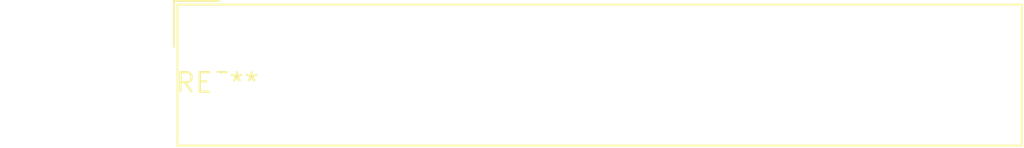
<source format=kicad_pcb>
(kicad_pcb (version 20240108) (generator pcbnew)
  (layers (0 "F.Cu" signal) (31 "B.Cu" signal) (34 "B.Paste" user) (35 "F.Paste" user) (36 "B.SilkS" user "B.Silkscreen") (37 "F.SilkS" user "F.Silkscreen") (38 "B.Mask" user) (39 "F.Mask" user) (44 "Edge.Cuts" user))
  (net 0 "")
  (footprint "Altech_AK100_1x11_P5.00mm" (layer "F.Cu") (at 0 0)
    (property "Reference" "REF**")
    (property "Value" "Altech_AK100_1x11_P5.00mm")
    (fp_line (start -2.85 -5.35) (end 0.15 -5.35) (layer "F.SilkS") (stroke (width 0.12)))
    (fp_line (start -2.85 -2.35) (end -2.85 -5.35) (layer "F.SilkS") (stroke (width 0.12)))
    (fp_line (start -2.61 -5.11) (end -2.61 4.11) (layer "F.SilkS") (stroke (width 0.12)))
    (fp_line (start -2.61 -5.11) (end 52.61 -5.11) (layer "F.SilkS") (stroke (width 0.12)))
    (fp_line (start -2.61 4.11) (end 52.61 4.11) (layer "F.SilkS") (stroke (width 0.12)))
    (fp_line (start 52.61 -5.11) (end 52.61 4.11) (layer "F.SilkS") (stroke (width 0.12)))
    (pad "1" thru_hole rect (at 0 0) (size 3 3) (drill 1.3) (layers *.Cu *.Mask) (remove_unused_layers))
    (pad "2" thru_hole circle (at 5 0) (size 3 3) (drill 1.3) (layers *.Cu *.Mask) (remove_unused_layers))
    (pad "3" thru_hole circle (at 10 0) (size 3 3) (drill 1.3) (layers *.Cu *.Mask) (remove_unused_layers))
    (pad "4" thru_hole circle (at 15 0) (size 3 3) (drill 1.3) (layers *.Cu *.Mask) (remove_unused_layers))
    (pad "5" thru_hole circle (at 20 0) (size 3 3) (drill 1.3) (layers *.Cu *.Mask) (remove_unused_layers))
    (pad "6" thru_hole circle (at 25 0) (size 3 3) (drill 1.3) (layers *.Cu *.Mask) (remove_unused_layers))
    (pad "7" thru_hole circle (at 30 0) (size 3 3) (drill 1.3) (layers *.Cu *.Mask) (remove_unused_layers))
    (pad "8" thru_hole circle (at 35 0) (size 3 3) (drill 1.3) (layers *.Cu *.Mask) (remove_unused_layers))
    (pad "9" thru_hole circle (at 40 0) (size 3 3) (drill 1.3) (layers *.Cu *.Mask) (remove_unused_layers))
    (pad "10" thru_hole circle (at 45 0) (size 3 3) (drill 1.3) (layers *.Cu *.Mask) (remove_unused_layers))
    (pad "11" thru_hole circle (at 50 0) (size 3 3) (drill 1.3) (layers *.Cu *.Mask) (remove_unused_layers))
  )
)
</source>
